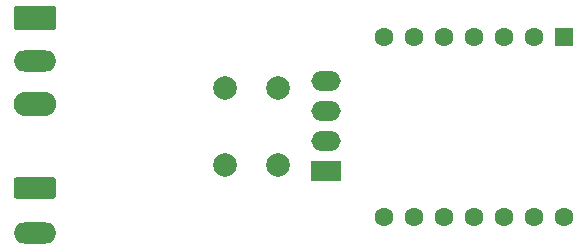
<source format=gbr>
%TF.GenerationSoftware,KiCad,Pcbnew,8.0.3*%
%TF.CreationDate,2024-06-15T12:10:25-04:00*%
%TF.ProjectId,RP2040_Count,52503230-3430-45f4-936f-756e742e6b69,v2*%
%TF.SameCoordinates,Original*%
%TF.FileFunction,Soldermask,Bot*%
%TF.FilePolarity,Negative*%
%FSLAX46Y46*%
G04 Gerber Fmt 4.6, Leading zero omitted, Abs format (unit mm)*
G04 Created by KiCad (PCBNEW 8.0.3) date 2024-06-15 12:10:25*
%MOMM*%
%LPD*%
G01*
G04 APERTURE LIST*
G04 Aperture macros list*
%AMRoundRect*
0 Rectangle with rounded corners*
0 $1 Rounding radius*
0 $2 $3 $4 $5 $6 $7 $8 $9 X,Y pos of 4 corners*
0 Add a 4 corners polygon primitive as box body*
4,1,4,$2,$3,$4,$5,$6,$7,$8,$9,$2,$3,0*
0 Add four circle primitives for the rounded corners*
1,1,$1+$1,$2,$3*
1,1,$1+$1,$4,$5*
1,1,$1+$1,$6,$7*
1,1,$1+$1,$8,$9*
0 Add four rect primitives between the rounded corners*
20,1,$1+$1,$2,$3,$4,$5,0*
20,1,$1+$1,$4,$5,$6,$7,0*
20,1,$1+$1,$6,$7,$8,$9,0*
20,1,$1+$1,$8,$9,$2,$3,0*%
G04 Aperture macros list end*
%ADD10RoundRect,0.250000X-1.550000X0.650000X-1.550000X-0.650000X1.550000X-0.650000X1.550000X0.650000X0*%
%ADD11O,3.600000X1.800000*%
%ADD12R,1.600000X1.600000*%
%ADD13C,1.600000*%
%ADD14RoundRect,0.291667X-1.508333X0.758333X-1.508333X-0.758333X1.508333X-0.758333X1.508333X0.758333X0*%
%ADD15O,3.600000X2.100000*%
%ADD16R,2.500000X1.700000*%
%ADD17O,2.500000X1.700000*%
%ADD18C,2.000000*%
G04 APERTURE END LIST*
D10*
%TO.C,TB1*%
X105357500Y-92112500D03*
D11*
X105357500Y-95922500D03*
%TD*%
D12*
%TO.C,U2*%
X150100000Y-79260000D03*
D13*
X147560000Y-79260000D03*
X145020000Y-79260000D03*
X142480000Y-79260000D03*
X139940000Y-79260000D03*
X137400000Y-79260000D03*
X134860000Y-79260000D03*
X134860000Y-94500000D03*
X137400000Y-94500000D03*
X139940000Y-94500000D03*
X142480000Y-94500000D03*
X145020000Y-94500000D03*
X147560000Y-94500000D03*
X150100000Y-94500000D03*
%TD*%
D14*
%TO.C,J2*%
X105357500Y-77680000D03*
D11*
X105357500Y-81340000D03*
D15*
X105357500Y-85000000D03*
%TD*%
D16*
%TO.C,J3*%
X130010000Y-90620000D03*
D17*
X130010000Y-88120000D03*
X130010000Y-85520000D03*
X130010000Y-83020000D03*
%TD*%
D18*
%TO.C,SW1*%
X125900000Y-90100000D03*
X125900000Y-83600000D03*
X121400000Y-90100000D03*
X121400000Y-83600000D03*
%TD*%
M02*

</source>
